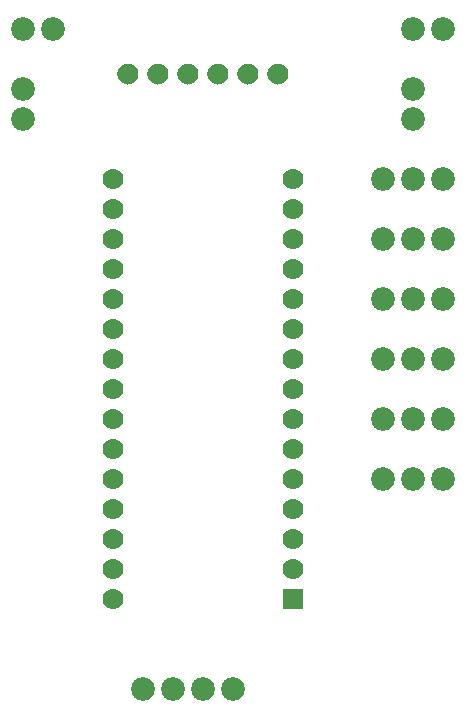
<source format=gtl>
G04 MADE WITH FRITZING*
G04 WWW.FRITZING.ORG*
G04 DOUBLE SIDED*
G04 HOLES PLATED*
G04 CONTOUR ON CENTER OF CONTOUR VECTOR*
%ASAXBY*%
%FSLAX23Y23*%
%MOIN*%
%OFA0B0*%
%SFA1.0B1.0*%
%ADD10C,0.079370*%
%ADD11C,0.070000*%
%ADD12R,0.069972X0.070000*%
%ADD13R,0.001000X0.001000*%
%LNCOPPER1*%
G90*
G70*
G54D10*
X613Y195D03*
X713Y195D03*
X813Y195D03*
X913Y195D03*
G54D11*
X1113Y495D03*
X1113Y595D03*
X1113Y695D03*
X1113Y795D03*
X1113Y895D03*
X1113Y995D03*
X1113Y1095D03*
X1113Y1195D03*
X1113Y1295D03*
X1113Y1395D03*
X1113Y1495D03*
X1113Y1595D03*
X1113Y1695D03*
X1113Y1795D03*
X1113Y1895D03*
X513Y495D03*
X513Y595D03*
X513Y695D03*
X513Y795D03*
X513Y895D03*
X513Y995D03*
X513Y1095D03*
X513Y1195D03*
X513Y1295D03*
X513Y1395D03*
X513Y1495D03*
X513Y1595D03*
X513Y1695D03*
X513Y1795D03*
X513Y1895D03*
G54D10*
X1513Y2395D03*
X1613Y2395D03*
X1513Y2095D03*
X1513Y2195D03*
X213Y2095D03*
X213Y2195D03*
X1413Y895D03*
X1513Y895D03*
X1613Y895D03*
X1413Y1095D03*
X1513Y1095D03*
X1613Y1095D03*
X1413Y1295D03*
X1513Y1295D03*
X1613Y1295D03*
X1413Y1495D03*
X1513Y1495D03*
X1613Y1495D03*
X1413Y1695D03*
X1513Y1695D03*
X1613Y1695D03*
X1413Y1895D03*
X1513Y1895D03*
X1613Y1895D03*
G54D11*
X563Y2245D03*
X663Y2245D03*
X763Y2245D03*
X863Y2245D03*
X963Y2245D03*
X1063Y2245D03*
G54D10*
X213Y2395D03*
X313Y2395D03*
G54D12*
X1113Y495D03*
G54D13*
X555Y2279D02*
X569Y2279D01*
X655Y2279D02*
X669Y2279D01*
X755Y2279D02*
X769Y2279D01*
X855Y2279D02*
X869Y2279D01*
X955Y2279D02*
X969Y2279D01*
X1055Y2279D02*
X1069Y2279D01*
X552Y2278D02*
X572Y2278D01*
X652Y2278D02*
X672Y2278D01*
X752Y2278D02*
X772Y2278D01*
X852Y2278D02*
X872Y2278D01*
X952Y2278D02*
X972Y2278D01*
X1052Y2278D02*
X1072Y2278D01*
X549Y2277D02*
X575Y2277D01*
X649Y2277D02*
X675Y2277D01*
X749Y2277D02*
X775Y2277D01*
X849Y2277D02*
X875Y2277D01*
X949Y2277D02*
X975Y2277D01*
X1049Y2277D02*
X1075Y2277D01*
X547Y2276D02*
X577Y2276D01*
X647Y2276D02*
X677Y2276D01*
X747Y2276D02*
X777Y2276D01*
X847Y2276D02*
X877Y2276D01*
X947Y2276D02*
X977Y2276D01*
X1047Y2276D02*
X1077Y2276D01*
X546Y2275D02*
X578Y2275D01*
X646Y2275D02*
X678Y2275D01*
X746Y2275D02*
X778Y2275D01*
X846Y2275D02*
X878Y2275D01*
X946Y2275D02*
X978Y2275D01*
X1046Y2275D02*
X1078Y2275D01*
X544Y2274D02*
X580Y2274D01*
X644Y2274D02*
X680Y2274D01*
X744Y2274D02*
X780Y2274D01*
X844Y2274D02*
X880Y2274D01*
X944Y2274D02*
X980Y2274D01*
X1044Y2274D02*
X1080Y2274D01*
X543Y2273D02*
X581Y2273D01*
X643Y2273D02*
X681Y2273D01*
X743Y2273D02*
X781Y2273D01*
X843Y2273D02*
X881Y2273D01*
X943Y2273D02*
X981Y2273D01*
X1043Y2273D02*
X1081Y2273D01*
X541Y2272D02*
X583Y2272D01*
X641Y2272D02*
X683Y2272D01*
X741Y2272D02*
X783Y2272D01*
X841Y2272D02*
X883Y2272D01*
X941Y2272D02*
X983Y2272D01*
X1041Y2272D02*
X1083Y2272D01*
X540Y2271D02*
X584Y2271D01*
X640Y2271D02*
X684Y2271D01*
X740Y2271D02*
X784Y2271D01*
X840Y2271D02*
X884Y2271D01*
X940Y2271D02*
X984Y2271D01*
X1040Y2271D02*
X1084Y2271D01*
X539Y2270D02*
X585Y2270D01*
X639Y2270D02*
X685Y2270D01*
X739Y2270D02*
X785Y2270D01*
X839Y2270D02*
X885Y2270D01*
X939Y2270D02*
X985Y2270D01*
X1039Y2270D02*
X1085Y2270D01*
X538Y2269D02*
X586Y2269D01*
X638Y2269D02*
X686Y2269D01*
X738Y2269D02*
X786Y2269D01*
X838Y2269D02*
X886Y2269D01*
X938Y2269D02*
X986Y2269D01*
X1038Y2269D02*
X1086Y2269D01*
X537Y2268D02*
X587Y2268D01*
X637Y2268D02*
X687Y2268D01*
X737Y2268D02*
X787Y2268D01*
X837Y2268D02*
X887Y2268D01*
X937Y2268D02*
X987Y2268D01*
X1037Y2268D02*
X1087Y2268D01*
X536Y2267D02*
X588Y2267D01*
X636Y2267D02*
X688Y2267D01*
X736Y2267D02*
X788Y2267D01*
X836Y2267D02*
X888Y2267D01*
X936Y2267D02*
X988Y2267D01*
X1036Y2267D02*
X1088Y2267D01*
X535Y2266D02*
X589Y2266D01*
X635Y2266D02*
X689Y2266D01*
X735Y2266D02*
X789Y2266D01*
X835Y2266D02*
X889Y2266D01*
X935Y2266D02*
X989Y2266D01*
X1035Y2266D02*
X1089Y2266D01*
X535Y2265D02*
X589Y2265D01*
X635Y2265D02*
X689Y2265D01*
X735Y2265D02*
X789Y2265D01*
X835Y2265D02*
X889Y2265D01*
X935Y2265D02*
X989Y2265D01*
X1035Y2265D02*
X1089Y2265D01*
X534Y2264D02*
X590Y2264D01*
X634Y2264D02*
X690Y2264D01*
X734Y2264D02*
X790Y2264D01*
X834Y2264D02*
X890Y2264D01*
X934Y2264D02*
X990Y2264D01*
X1034Y2264D02*
X1090Y2264D01*
X533Y2263D02*
X591Y2263D01*
X633Y2263D02*
X691Y2263D01*
X733Y2263D02*
X791Y2263D01*
X833Y2263D02*
X891Y2263D01*
X933Y2263D02*
X991Y2263D01*
X1033Y2263D02*
X1091Y2263D01*
X533Y2262D02*
X591Y2262D01*
X633Y2262D02*
X691Y2262D01*
X733Y2262D02*
X791Y2262D01*
X833Y2262D02*
X891Y2262D01*
X933Y2262D02*
X991Y2262D01*
X1033Y2262D02*
X1091Y2262D01*
X532Y2261D02*
X592Y2261D01*
X632Y2261D02*
X692Y2261D01*
X732Y2261D02*
X792Y2261D01*
X832Y2261D02*
X892Y2261D01*
X932Y2261D02*
X992Y2261D01*
X1032Y2261D02*
X1092Y2261D01*
X531Y2260D02*
X593Y2260D01*
X631Y2260D02*
X693Y2260D01*
X731Y2260D02*
X793Y2260D01*
X831Y2260D02*
X893Y2260D01*
X931Y2260D02*
X993Y2260D01*
X1031Y2260D02*
X1093Y2260D01*
X531Y2259D02*
X555Y2259D01*
X569Y2259D02*
X593Y2259D01*
X631Y2259D02*
X655Y2259D01*
X669Y2259D02*
X693Y2259D01*
X731Y2259D02*
X755Y2259D01*
X769Y2259D02*
X793Y2259D01*
X831Y2259D02*
X855Y2259D01*
X869Y2259D02*
X893Y2259D01*
X931Y2259D02*
X955Y2259D01*
X969Y2259D02*
X993Y2259D01*
X1031Y2259D02*
X1055Y2259D01*
X1069Y2259D02*
X1093Y2259D01*
X531Y2258D02*
X553Y2258D01*
X571Y2258D02*
X594Y2258D01*
X631Y2258D02*
X653Y2258D01*
X671Y2258D02*
X694Y2258D01*
X730Y2258D02*
X753Y2258D01*
X771Y2258D02*
X794Y2258D01*
X830Y2258D02*
X853Y2258D01*
X871Y2258D02*
X894Y2258D01*
X930Y2258D02*
X953Y2258D01*
X971Y2258D02*
X994Y2258D01*
X1030Y2258D02*
X1053Y2258D01*
X1071Y2258D02*
X1094Y2258D01*
X530Y2257D02*
X551Y2257D01*
X573Y2257D02*
X594Y2257D01*
X630Y2257D02*
X651Y2257D01*
X673Y2257D02*
X694Y2257D01*
X730Y2257D02*
X751Y2257D01*
X773Y2257D02*
X794Y2257D01*
X830Y2257D02*
X851Y2257D01*
X873Y2257D02*
X894Y2257D01*
X930Y2257D02*
X951Y2257D01*
X973Y2257D02*
X994Y2257D01*
X1030Y2257D02*
X1051Y2257D01*
X1073Y2257D02*
X1094Y2257D01*
X530Y2256D02*
X550Y2256D01*
X574Y2256D02*
X594Y2256D01*
X630Y2256D02*
X650Y2256D01*
X674Y2256D02*
X694Y2256D01*
X730Y2256D02*
X750Y2256D01*
X774Y2256D02*
X794Y2256D01*
X830Y2256D02*
X850Y2256D01*
X874Y2256D02*
X894Y2256D01*
X930Y2256D02*
X950Y2256D01*
X974Y2256D02*
X994Y2256D01*
X1030Y2256D02*
X1050Y2256D01*
X1074Y2256D02*
X1094Y2256D01*
X529Y2255D02*
X549Y2255D01*
X575Y2255D02*
X595Y2255D01*
X629Y2255D02*
X649Y2255D01*
X675Y2255D02*
X695Y2255D01*
X729Y2255D02*
X749Y2255D01*
X775Y2255D02*
X795Y2255D01*
X829Y2255D02*
X849Y2255D01*
X875Y2255D02*
X895Y2255D01*
X929Y2255D02*
X949Y2255D01*
X975Y2255D02*
X995Y2255D01*
X1029Y2255D02*
X1049Y2255D01*
X1075Y2255D02*
X1095Y2255D01*
X529Y2254D02*
X549Y2254D01*
X575Y2254D02*
X595Y2254D01*
X629Y2254D02*
X649Y2254D01*
X675Y2254D02*
X695Y2254D01*
X729Y2254D02*
X749Y2254D01*
X775Y2254D02*
X795Y2254D01*
X829Y2254D02*
X849Y2254D01*
X875Y2254D02*
X895Y2254D01*
X929Y2254D02*
X949Y2254D01*
X975Y2254D02*
X995Y2254D01*
X1029Y2254D02*
X1049Y2254D01*
X1075Y2254D02*
X1095Y2254D01*
X529Y2253D02*
X548Y2253D01*
X576Y2253D02*
X595Y2253D01*
X629Y2253D02*
X648Y2253D01*
X676Y2253D02*
X695Y2253D01*
X729Y2253D02*
X748Y2253D01*
X776Y2253D02*
X795Y2253D01*
X829Y2253D02*
X848Y2253D01*
X876Y2253D02*
X895Y2253D01*
X929Y2253D02*
X948Y2253D01*
X976Y2253D02*
X995Y2253D01*
X1029Y2253D02*
X1048Y2253D01*
X1076Y2253D02*
X1095Y2253D01*
X528Y2252D02*
X548Y2252D01*
X576Y2252D02*
X596Y2252D01*
X628Y2252D02*
X648Y2252D01*
X676Y2252D02*
X696Y2252D01*
X728Y2252D02*
X748Y2252D01*
X776Y2252D02*
X796Y2252D01*
X828Y2252D02*
X848Y2252D01*
X876Y2252D02*
X896Y2252D01*
X928Y2252D02*
X948Y2252D01*
X976Y2252D02*
X996Y2252D01*
X1028Y2252D02*
X1048Y2252D01*
X1076Y2252D02*
X1096Y2252D01*
X528Y2251D02*
X547Y2251D01*
X577Y2251D02*
X596Y2251D01*
X628Y2251D02*
X647Y2251D01*
X677Y2251D02*
X696Y2251D01*
X728Y2251D02*
X747Y2251D01*
X777Y2251D02*
X796Y2251D01*
X828Y2251D02*
X847Y2251D01*
X877Y2251D02*
X896Y2251D01*
X928Y2251D02*
X947Y2251D01*
X977Y2251D02*
X996Y2251D01*
X1028Y2251D02*
X1047Y2251D01*
X1077Y2251D02*
X1096Y2251D01*
X528Y2250D02*
X547Y2250D01*
X577Y2250D02*
X596Y2250D01*
X628Y2250D02*
X647Y2250D01*
X677Y2250D02*
X696Y2250D01*
X728Y2250D02*
X747Y2250D01*
X777Y2250D02*
X796Y2250D01*
X828Y2250D02*
X847Y2250D01*
X877Y2250D02*
X896Y2250D01*
X928Y2250D02*
X947Y2250D01*
X977Y2250D02*
X996Y2250D01*
X1028Y2250D02*
X1047Y2250D01*
X1077Y2250D02*
X1096Y2250D01*
X528Y2249D02*
X547Y2249D01*
X577Y2249D02*
X596Y2249D01*
X628Y2249D02*
X647Y2249D01*
X677Y2249D02*
X696Y2249D01*
X728Y2249D02*
X747Y2249D01*
X777Y2249D02*
X796Y2249D01*
X828Y2249D02*
X847Y2249D01*
X877Y2249D02*
X896Y2249D01*
X928Y2249D02*
X947Y2249D01*
X977Y2249D02*
X996Y2249D01*
X1028Y2249D02*
X1047Y2249D01*
X1077Y2249D02*
X1096Y2249D01*
X528Y2248D02*
X547Y2248D01*
X577Y2248D02*
X596Y2248D01*
X628Y2248D02*
X647Y2248D01*
X677Y2248D02*
X696Y2248D01*
X728Y2248D02*
X747Y2248D01*
X777Y2248D02*
X796Y2248D01*
X828Y2248D02*
X847Y2248D01*
X877Y2248D02*
X896Y2248D01*
X928Y2248D02*
X947Y2248D01*
X977Y2248D02*
X996Y2248D01*
X1028Y2248D02*
X1047Y2248D01*
X1077Y2248D02*
X1096Y2248D01*
X528Y2247D02*
X547Y2247D01*
X577Y2247D02*
X596Y2247D01*
X628Y2247D02*
X647Y2247D01*
X677Y2247D02*
X696Y2247D01*
X728Y2247D02*
X747Y2247D01*
X777Y2247D02*
X796Y2247D01*
X828Y2247D02*
X847Y2247D01*
X877Y2247D02*
X896Y2247D01*
X928Y2247D02*
X947Y2247D01*
X977Y2247D02*
X996Y2247D01*
X1028Y2247D02*
X1047Y2247D01*
X1077Y2247D02*
X1096Y2247D01*
X528Y2246D02*
X547Y2246D01*
X578Y2246D02*
X597Y2246D01*
X628Y2246D02*
X647Y2246D01*
X678Y2246D02*
X697Y2246D01*
X728Y2246D02*
X747Y2246D01*
X778Y2246D02*
X797Y2246D01*
X828Y2246D02*
X847Y2246D01*
X878Y2246D02*
X896Y2246D01*
X928Y2246D02*
X947Y2246D01*
X977Y2246D02*
X996Y2246D01*
X1028Y2246D02*
X1047Y2246D01*
X1077Y2246D02*
X1097Y2246D01*
X528Y2245D02*
X547Y2245D01*
X578Y2245D02*
X597Y2245D01*
X628Y2245D02*
X647Y2245D01*
X678Y2245D02*
X697Y2245D01*
X728Y2245D02*
X747Y2245D01*
X778Y2245D02*
X797Y2245D01*
X828Y2245D02*
X847Y2245D01*
X878Y2245D02*
X897Y2245D01*
X928Y2245D02*
X947Y2245D01*
X978Y2245D02*
X997Y2245D01*
X1028Y2245D02*
X1047Y2245D01*
X1078Y2245D02*
X1097Y2245D01*
X528Y2244D02*
X547Y2244D01*
X578Y2244D02*
X597Y2244D01*
X628Y2244D02*
X647Y2244D01*
X678Y2244D02*
X697Y2244D01*
X728Y2244D02*
X747Y2244D01*
X778Y2244D02*
X797Y2244D01*
X828Y2244D02*
X847Y2244D01*
X878Y2244D02*
X897Y2244D01*
X928Y2244D02*
X947Y2244D01*
X978Y2244D02*
X997Y2244D01*
X1028Y2244D02*
X1047Y2244D01*
X1078Y2244D02*
X1097Y2244D01*
X528Y2243D02*
X547Y2243D01*
X577Y2243D02*
X596Y2243D01*
X628Y2243D02*
X647Y2243D01*
X677Y2243D02*
X696Y2243D01*
X728Y2243D02*
X747Y2243D01*
X777Y2243D02*
X796Y2243D01*
X828Y2243D02*
X847Y2243D01*
X877Y2243D02*
X896Y2243D01*
X928Y2243D02*
X947Y2243D01*
X977Y2243D02*
X996Y2243D01*
X1028Y2243D02*
X1047Y2243D01*
X1077Y2243D02*
X1096Y2243D01*
X528Y2242D02*
X547Y2242D01*
X577Y2242D02*
X596Y2242D01*
X628Y2242D02*
X647Y2242D01*
X677Y2242D02*
X696Y2242D01*
X728Y2242D02*
X747Y2242D01*
X777Y2242D02*
X796Y2242D01*
X828Y2242D02*
X847Y2242D01*
X877Y2242D02*
X896Y2242D01*
X928Y2242D02*
X947Y2242D01*
X977Y2242D02*
X996Y2242D01*
X1028Y2242D02*
X1047Y2242D01*
X1077Y2242D02*
X1096Y2242D01*
X528Y2241D02*
X547Y2241D01*
X577Y2241D02*
X596Y2241D01*
X628Y2241D02*
X647Y2241D01*
X677Y2241D02*
X696Y2241D01*
X728Y2241D02*
X747Y2241D01*
X777Y2241D02*
X796Y2241D01*
X828Y2241D02*
X847Y2241D01*
X877Y2241D02*
X896Y2241D01*
X928Y2241D02*
X947Y2241D01*
X977Y2241D02*
X996Y2241D01*
X1028Y2241D02*
X1047Y2241D01*
X1077Y2241D02*
X1096Y2241D01*
X528Y2240D02*
X547Y2240D01*
X577Y2240D02*
X596Y2240D01*
X628Y2240D02*
X647Y2240D01*
X677Y2240D02*
X696Y2240D01*
X728Y2240D02*
X747Y2240D01*
X777Y2240D02*
X796Y2240D01*
X828Y2240D02*
X847Y2240D01*
X877Y2240D02*
X896Y2240D01*
X928Y2240D02*
X947Y2240D01*
X977Y2240D02*
X996Y2240D01*
X1028Y2240D02*
X1047Y2240D01*
X1077Y2240D02*
X1096Y2240D01*
X528Y2239D02*
X547Y2239D01*
X577Y2239D02*
X596Y2239D01*
X628Y2239D02*
X647Y2239D01*
X677Y2239D02*
X696Y2239D01*
X728Y2239D02*
X747Y2239D01*
X777Y2239D02*
X796Y2239D01*
X828Y2239D02*
X847Y2239D01*
X877Y2239D02*
X896Y2239D01*
X928Y2239D02*
X947Y2239D01*
X977Y2239D02*
X996Y2239D01*
X1028Y2239D02*
X1047Y2239D01*
X1077Y2239D02*
X1096Y2239D01*
X528Y2238D02*
X548Y2238D01*
X576Y2238D02*
X596Y2238D01*
X628Y2238D02*
X648Y2238D01*
X676Y2238D02*
X696Y2238D01*
X728Y2238D02*
X748Y2238D01*
X776Y2238D02*
X796Y2238D01*
X828Y2238D02*
X848Y2238D01*
X876Y2238D02*
X896Y2238D01*
X928Y2238D02*
X948Y2238D01*
X976Y2238D02*
X996Y2238D01*
X1028Y2238D02*
X1048Y2238D01*
X1076Y2238D02*
X1096Y2238D01*
X529Y2237D02*
X548Y2237D01*
X576Y2237D02*
X595Y2237D01*
X629Y2237D02*
X648Y2237D01*
X676Y2237D02*
X695Y2237D01*
X729Y2237D02*
X748Y2237D01*
X776Y2237D02*
X795Y2237D01*
X829Y2237D02*
X848Y2237D01*
X876Y2237D02*
X895Y2237D01*
X929Y2237D02*
X948Y2237D01*
X976Y2237D02*
X995Y2237D01*
X1029Y2237D02*
X1048Y2237D01*
X1076Y2237D02*
X1095Y2237D01*
X529Y2236D02*
X549Y2236D01*
X575Y2236D02*
X595Y2236D01*
X629Y2236D02*
X649Y2236D01*
X675Y2236D02*
X695Y2236D01*
X729Y2236D02*
X749Y2236D01*
X775Y2236D02*
X795Y2236D01*
X829Y2236D02*
X849Y2236D01*
X875Y2236D02*
X895Y2236D01*
X929Y2236D02*
X949Y2236D01*
X975Y2236D02*
X995Y2236D01*
X1029Y2236D02*
X1049Y2236D01*
X1075Y2236D02*
X1095Y2236D01*
X529Y2235D02*
X549Y2235D01*
X575Y2235D02*
X595Y2235D01*
X629Y2235D02*
X649Y2235D01*
X675Y2235D02*
X695Y2235D01*
X729Y2235D02*
X749Y2235D01*
X775Y2235D02*
X795Y2235D01*
X829Y2235D02*
X849Y2235D01*
X875Y2235D02*
X895Y2235D01*
X929Y2235D02*
X949Y2235D01*
X975Y2235D02*
X995Y2235D01*
X1029Y2235D02*
X1049Y2235D01*
X1075Y2235D02*
X1095Y2235D01*
X530Y2234D02*
X550Y2234D01*
X574Y2234D02*
X594Y2234D01*
X630Y2234D02*
X650Y2234D01*
X674Y2234D02*
X694Y2234D01*
X730Y2234D02*
X750Y2234D01*
X774Y2234D02*
X794Y2234D01*
X830Y2234D02*
X850Y2234D01*
X874Y2234D02*
X894Y2234D01*
X930Y2234D02*
X950Y2234D01*
X974Y2234D02*
X994Y2234D01*
X1030Y2234D02*
X1050Y2234D01*
X1074Y2234D02*
X1094Y2234D01*
X530Y2233D02*
X551Y2233D01*
X573Y2233D02*
X594Y2233D01*
X630Y2233D02*
X651Y2233D01*
X673Y2233D02*
X694Y2233D01*
X730Y2233D02*
X751Y2233D01*
X773Y2233D02*
X794Y2233D01*
X830Y2233D02*
X851Y2233D01*
X873Y2233D02*
X894Y2233D01*
X930Y2233D02*
X951Y2233D01*
X973Y2233D02*
X994Y2233D01*
X1030Y2233D02*
X1051Y2233D01*
X1073Y2233D02*
X1094Y2233D01*
X530Y2232D02*
X553Y2232D01*
X571Y2232D02*
X594Y2232D01*
X630Y2232D02*
X653Y2232D01*
X671Y2232D02*
X694Y2232D01*
X730Y2232D02*
X753Y2232D01*
X771Y2232D02*
X794Y2232D01*
X830Y2232D02*
X853Y2232D01*
X871Y2232D02*
X894Y2232D01*
X930Y2232D02*
X953Y2232D01*
X971Y2232D02*
X994Y2232D01*
X1030Y2232D02*
X1053Y2232D01*
X1071Y2232D02*
X1094Y2232D01*
X531Y2231D02*
X555Y2231D01*
X569Y2231D02*
X593Y2231D01*
X631Y2231D02*
X655Y2231D01*
X669Y2231D02*
X693Y2231D01*
X731Y2231D02*
X755Y2231D01*
X769Y2231D02*
X793Y2231D01*
X831Y2231D02*
X855Y2231D01*
X869Y2231D02*
X893Y2231D01*
X931Y2231D02*
X955Y2231D01*
X969Y2231D02*
X993Y2231D01*
X1031Y2231D02*
X1055Y2231D01*
X1069Y2231D02*
X1093Y2231D01*
X531Y2230D02*
X560Y2230D01*
X564Y2230D02*
X593Y2230D01*
X631Y2230D02*
X660Y2230D01*
X664Y2230D02*
X693Y2230D01*
X731Y2230D02*
X760Y2230D01*
X764Y2230D02*
X793Y2230D01*
X831Y2230D02*
X860Y2230D01*
X864Y2230D02*
X893Y2230D01*
X931Y2230D02*
X960Y2230D01*
X964Y2230D02*
X993Y2230D01*
X1031Y2230D02*
X1060Y2230D01*
X1064Y2230D02*
X1093Y2230D01*
X532Y2229D02*
X592Y2229D01*
X632Y2229D02*
X692Y2229D01*
X732Y2229D02*
X792Y2229D01*
X832Y2229D02*
X892Y2229D01*
X932Y2229D02*
X992Y2229D01*
X1032Y2229D02*
X1092Y2229D01*
X533Y2228D02*
X592Y2228D01*
X633Y2228D02*
X692Y2228D01*
X733Y2228D02*
X792Y2228D01*
X833Y2228D02*
X891Y2228D01*
X933Y2228D02*
X991Y2228D01*
X1033Y2228D02*
X1091Y2228D01*
X533Y2227D02*
X591Y2227D01*
X633Y2227D02*
X691Y2227D01*
X733Y2227D02*
X791Y2227D01*
X833Y2227D02*
X891Y2227D01*
X933Y2227D02*
X991Y2227D01*
X1033Y2227D02*
X1091Y2227D01*
X534Y2226D02*
X590Y2226D01*
X634Y2226D02*
X690Y2226D01*
X734Y2226D02*
X790Y2226D01*
X834Y2226D02*
X890Y2226D01*
X934Y2226D02*
X990Y2226D01*
X1034Y2226D02*
X1090Y2226D01*
X535Y2225D02*
X589Y2225D01*
X635Y2225D02*
X689Y2225D01*
X735Y2225D02*
X789Y2225D01*
X835Y2225D02*
X889Y2225D01*
X935Y2225D02*
X989Y2225D01*
X1035Y2225D02*
X1089Y2225D01*
X535Y2224D02*
X589Y2224D01*
X635Y2224D02*
X689Y2224D01*
X735Y2224D02*
X789Y2224D01*
X835Y2224D02*
X889Y2224D01*
X935Y2224D02*
X989Y2224D01*
X1035Y2224D02*
X1089Y2224D01*
X536Y2223D02*
X588Y2223D01*
X636Y2223D02*
X688Y2223D01*
X736Y2223D02*
X788Y2223D01*
X836Y2223D02*
X888Y2223D01*
X936Y2223D02*
X988Y2223D01*
X1036Y2223D02*
X1088Y2223D01*
X537Y2222D02*
X587Y2222D01*
X637Y2222D02*
X687Y2222D01*
X737Y2222D02*
X787Y2222D01*
X837Y2222D02*
X887Y2222D01*
X937Y2222D02*
X987Y2222D01*
X1037Y2222D02*
X1087Y2222D01*
X538Y2221D02*
X586Y2221D01*
X638Y2221D02*
X686Y2221D01*
X738Y2221D02*
X786Y2221D01*
X838Y2221D02*
X886Y2221D01*
X938Y2221D02*
X986Y2221D01*
X1038Y2221D02*
X1086Y2221D01*
X539Y2220D02*
X585Y2220D01*
X639Y2220D02*
X685Y2220D01*
X739Y2220D02*
X785Y2220D01*
X839Y2220D02*
X885Y2220D01*
X939Y2220D02*
X985Y2220D01*
X1039Y2220D02*
X1085Y2220D01*
X540Y2219D02*
X584Y2219D01*
X640Y2219D02*
X684Y2219D01*
X740Y2219D02*
X784Y2219D01*
X840Y2219D02*
X884Y2219D01*
X940Y2219D02*
X984Y2219D01*
X1040Y2219D02*
X1084Y2219D01*
X541Y2218D02*
X583Y2218D01*
X641Y2218D02*
X683Y2218D01*
X741Y2218D02*
X783Y2218D01*
X841Y2218D02*
X883Y2218D01*
X941Y2218D02*
X983Y2218D01*
X1041Y2218D02*
X1083Y2218D01*
X543Y2217D02*
X581Y2217D01*
X643Y2217D02*
X681Y2217D01*
X743Y2217D02*
X781Y2217D01*
X843Y2217D02*
X881Y2217D01*
X943Y2217D02*
X981Y2217D01*
X1043Y2217D02*
X1081Y2217D01*
X544Y2216D02*
X580Y2216D01*
X644Y2216D02*
X680Y2216D01*
X744Y2216D02*
X780Y2216D01*
X844Y2216D02*
X880Y2216D01*
X944Y2216D02*
X980Y2216D01*
X1044Y2216D02*
X1080Y2216D01*
X546Y2215D02*
X579Y2215D01*
X646Y2215D02*
X679Y2215D01*
X746Y2215D02*
X779Y2215D01*
X846Y2215D02*
X878Y2215D01*
X946Y2215D02*
X978Y2215D01*
X1046Y2215D02*
X1078Y2215D01*
X547Y2214D02*
X577Y2214D01*
X647Y2214D02*
X677Y2214D01*
X747Y2214D02*
X777Y2214D01*
X847Y2214D02*
X877Y2214D01*
X947Y2214D02*
X977Y2214D01*
X1047Y2214D02*
X1077Y2214D01*
X549Y2213D02*
X575Y2213D01*
X649Y2213D02*
X675Y2213D01*
X749Y2213D02*
X775Y2213D01*
X849Y2213D02*
X875Y2213D01*
X949Y2213D02*
X975Y2213D01*
X1049Y2213D02*
X1075Y2213D01*
X552Y2212D02*
X572Y2212D01*
X652Y2212D02*
X672Y2212D01*
X752Y2212D02*
X772Y2212D01*
X852Y2212D02*
X872Y2212D01*
X952Y2212D02*
X972Y2212D01*
X1052Y2212D02*
X1072Y2212D01*
X555Y2211D02*
X569Y2211D01*
X655Y2211D02*
X669Y2211D01*
X755Y2211D02*
X769Y2211D01*
X855Y2211D02*
X869Y2211D01*
X955Y2211D02*
X969Y2211D01*
X1055Y2211D02*
X1069Y2211D01*
X561Y2210D02*
X563Y2210D01*
X661Y2210D02*
X663Y2210D01*
X761Y2210D02*
X763Y2210D01*
X861Y2210D02*
X863Y2210D01*
X961Y2210D02*
X963Y2210D01*
X1061Y2210D02*
X1063Y2210D01*
D02*
G04 End of Copper1*
M02*
</source>
